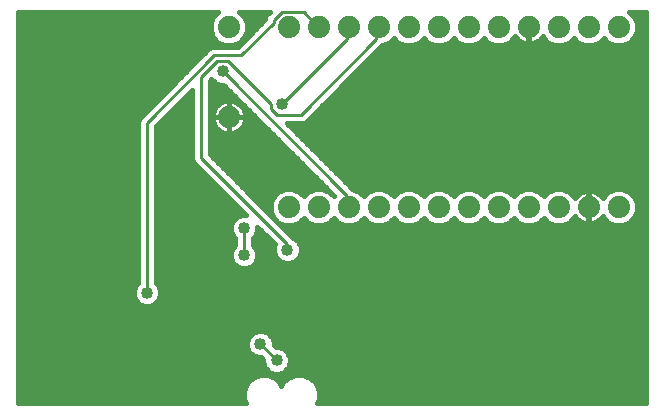
<source format=gbl>
G75*
%MOIN*%
%OFA0B0*%
%FSLAX25Y25*%
%IPPOS*%
%LPD*%
%AMOC8*
5,1,8,0,0,1.08239X$1,22.5*
%
%ADD10C,0.07400*%
%ADD11C,0.01000*%
%ADD12C,0.04000*%
%ADD13C,0.01600*%
%ADD14C,0.03962*%
%ADD15C,0.09449*%
D10*
X0133244Y0078217D03*
X0143244Y0078217D03*
X0153244Y0078217D03*
X0163244Y0078217D03*
X0173244Y0078217D03*
X0183244Y0078217D03*
X0193244Y0078217D03*
X0203244Y0078217D03*
X0213244Y0078217D03*
X0223244Y0078217D03*
X0233244Y0078217D03*
X0243244Y0078217D03*
X0243244Y0138217D03*
X0233244Y0138217D03*
X0223244Y0138217D03*
X0213244Y0138217D03*
X0203244Y0138217D03*
X0193244Y0138217D03*
X0183244Y0138217D03*
X0173244Y0138217D03*
X0163244Y0138217D03*
X0153244Y0138217D03*
X0143244Y0138217D03*
X0133244Y0138217D03*
X0113244Y0138217D03*
X0113244Y0108217D03*
D11*
X0127344Y0110817D02*
X0129144Y0109017D01*
X0137244Y0109017D01*
X0162444Y0134217D01*
X0162444Y0137817D01*
X0163244Y0138217D01*
X0153244Y0138217D02*
X0152544Y0137817D01*
X0152544Y0134217D01*
X0130944Y0112617D01*
X0127344Y0112617D02*
X0127344Y0110817D01*
X0127344Y0112617D02*
X0112944Y0127017D01*
X0109344Y0127017D01*
X0103944Y0121617D01*
X0103944Y0094617D01*
X0132744Y0065817D01*
X0132744Y0064017D01*
X0118344Y0062217D02*
X0118344Y0071217D01*
X0152544Y0078417D02*
X0153244Y0078217D01*
X0152544Y0078417D02*
X0152544Y0082017D01*
X0111144Y0123417D01*
X0108444Y0128817D02*
X0117444Y0128817D01*
X0128244Y0139617D01*
X0128244Y0140517D01*
X0130944Y0143217D01*
X0138144Y0143217D01*
X0142644Y0138717D01*
X0143244Y0138217D01*
X0108444Y0128817D02*
X0085944Y0106317D01*
X0085944Y0049617D01*
X0123744Y0032517D02*
X0129144Y0027117D01*
D12*
X0129144Y0027117D03*
X0123744Y0032517D03*
X0085944Y0049617D03*
X0118344Y0062217D03*
X0118344Y0071217D03*
X0132744Y0064017D03*
X0130944Y0112617D03*
X0111144Y0123417D03*
D13*
X0043044Y0143377D02*
X0043044Y0013017D01*
X0118844Y0013017D01*
X0118267Y0014409D01*
X0118267Y0017024D01*
X0119267Y0019439D01*
X0121116Y0021288D01*
X0123531Y0022288D01*
X0126146Y0022288D01*
X0128561Y0021288D01*
X0130410Y0019439D01*
X0130744Y0018632D01*
X0131078Y0019439D01*
X0132927Y0021288D01*
X0135342Y0022288D01*
X0137957Y0022288D01*
X0140372Y0021288D01*
X0142221Y0019439D01*
X0143221Y0017024D01*
X0143221Y0014409D01*
X0142644Y0013017D01*
X0252145Y0013017D01*
X0252145Y0143377D01*
X0246710Y0143377D01*
X0248415Y0141672D01*
X0249344Y0139430D01*
X0249344Y0137003D01*
X0248415Y0134761D01*
X0246699Y0133045D01*
X0244457Y0132117D01*
X0242031Y0132117D01*
X0239789Y0133045D01*
X0238244Y0134590D01*
X0236699Y0133045D01*
X0234457Y0132117D01*
X0232031Y0132117D01*
X0229789Y0133045D01*
X0228244Y0134590D01*
X0226699Y0133045D01*
X0224457Y0132117D01*
X0222031Y0132117D01*
X0219789Y0133045D01*
X0218073Y0134761D01*
X0217876Y0135235D01*
X0217439Y0134634D01*
X0216827Y0134021D01*
X0216127Y0133513D01*
X0215355Y0133119D01*
X0214532Y0132852D01*
X0213677Y0132717D01*
X0213444Y0132717D01*
X0213444Y0138016D01*
X0213044Y0138016D01*
X0213044Y0132717D01*
X0212811Y0132717D01*
X0211956Y0132852D01*
X0211133Y0133119D01*
X0210361Y0133513D01*
X0209661Y0134021D01*
X0209049Y0134634D01*
X0208612Y0135235D01*
X0208415Y0134761D01*
X0206699Y0133045D01*
X0204457Y0132117D01*
X0202031Y0132117D01*
X0199789Y0133045D01*
X0198244Y0134590D01*
X0196699Y0133045D01*
X0194457Y0132117D01*
X0192031Y0132117D01*
X0189789Y0133045D01*
X0188244Y0134590D01*
X0186699Y0133045D01*
X0184457Y0132117D01*
X0182031Y0132117D01*
X0179789Y0133045D01*
X0178244Y0134590D01*
X0176699Y0133045D01*
X0174457Y0132117D01*
X0172031Y0132117D01*
X0169789Y0133045D01*
X0168244Y0134590D01*
X0166699Y0133045D01*
X0164457Y0132117D01*
X0164445Y0132117D01*
X0164087Y0131758D01*
X0138887Y0106558D01*
X0137821Y0106117D01*
X0132545Y0106117D01*
X0154187Y0084475D01*
X0154345Y0084317D01*
X0154457Y0084317D01*
X0156699Y0083388D01*
X0158244Y0081843D01*
X0159789Y0083388D01*
X0162031Y0084317D01*
X0164457Y0084317D01*
X0166699Y0083388D01*
X0168244Y0081843D01*
X0169789Y0083388D01*
X0172031Y0084317D01*
X0174457Y0084317D01*
X0176699Y0083388D01*
X0178244Y0081843D01*
X0179789Y0083388D01*
X0182031Y0084317D01*
X0184457Y0084317D01*
X0186699Y0083388D01*
X0188244Y0081843D01*
X0189789Y0083388D01*
X0192031Y0084317D01*
X0194457Y0084317D01*
X0196699Y0083388D01*
X0198244Y0081843D01*
X0199789Y0083388D01*
X0202031Y0084317D01*
X0204457Y0084317D01*
X0206699Y0083388D01*
X0208244Y0081843D01*
X0209789Y0083388D01*
X0212031Y0084317D01*
X0214457Y0084317D01*
X0216699Y0083388D01*
X0218244Y0081843D01*
X0219789Y0083388D01*
X0222031Y0084317D01*
X0224457Y0084317D01*
X0226699Y0083388D01*
X0228415Y0081672D01*
X0228612Y0081198D01*
X0229049Y0081800D01*
X0229661Y0082412D01*
X0230361Y0082921D01*
X0231133Y0083314D01*
X0231956Y0083581D01*
X0232811Y0083717D01*
X0233044Y0083717D01*
X0233044Y0078417D01*
X0233444Y0078417D01*
X0233444Y0083717D01*
X0233677Y0083717D01*
X0234532Y0083581D01*
X0235355Y0083314D01*
X0236127Y0082921D01*
X0236827Y0082412D01*
X0237439Y0081800D01*
X0237876Y0081198D01*
X0238073Y0081672D01*
X0239789Y0083388D01*
X0242031Y0084317D01*
X0244457Y0084317D01*
X0246699Y0083388D01*
X0248415Y0081672D01*
X0249344Y0079430D01*
X0249344Y0077003D01*
X0248415Y0074761D01*
X0246699Y0073045D01*
X0244457Y0072117D01*
X0242031Y0072117D01*
X0239789Y0073045D01*
X0238073Y0074761D01*
X0237876Y0075235D01*
X0237439Y0074634D01*
X0236827Y0074021D01*
X0236127Y0073513D01*
X0235355Y0073119D01*
X0234532Y0072852D01*
X0233677Y0072717D01*
X0233444Y0072717D01*
X0233444Y0078016D01*
X0233044Y0078016D01*
X0233044Y0072717D01*
X0232811Y0072717D01*
X0231956Y0072852D01*
X0231133Y0073119D01*
X0230361Y0073513D01*
X0229661Y0074021D01*
X0229049Y0074634D01*
X0228612Y0075235D01*
X0228415Y0074761D01*
X0226699Y0073045D01*
X0224457Y0072117D01*
X0222031Y0072117D01*
X0219789Y0073045D01*
X0218244Y0074590D01*
X0216699Y0073045D01*
X0214457Y0072117D01*
X0212031Y0072117D01*
X0209789Y0073045D01*
X0208244Y0074590D01*
X0206699Y0073045D01*
X0204457Y0072117D01*
X0202031Y0072117D01*
X0199789Y0073045D01*
X0198244Y0074590D01*
X0196699Y0073045D01*
X0194457Y0072117D01*
X0192031Y0072117D01*
X0189789Y0073045D01*
X0188244Y0074590D01*
X0186699Y0073045D01*
X0184457Y0072117D01*
X0182031Y0072117D01*
X0179789Y0073045D01*
X0178244Y0074590D01*
X0176699Y0073045D01*
X0174457Y0072117D01*
X0172031Y0072117D01*
X0169789Y0073045D01*
X0168244Y0074590D01*
X0166699Y0073045D01*
X0164457Y0072117D01*
X0162031Y0072117D01*
X0159789Y0073045D01*
X0158244Y0074590D01*
X0156699Y0073045D01*
X0154457Y0072117D01*
X0152031Y0072117D01*
X0149789Y0073045D01*
X0148244Y0074590D01*
X0146699Y0073045D01*
X0144457Y0072117D01*
X0142031Y0072117D01*
X0139789Y0073045D01*
X0138244Y0074590D01*
X0136699Y0073045D01*
X0134457Y0072117D01*
X0132031Y0072117D01*
X0129789Y0073045D01*
X0128073Y0074761D01*
X0127144Y0077003D01*
X0127144Y0079430D01*
X0128073Y0081672D01*
X0129789Y0083388D01*
X0132031Y0084317D01*
X0134457Y0084317D01*
X0136699Y0083388D01*
X0138244Y0081843D01*
X0139789Y0083388D01*
X0142031Y0084317D01*
X0144457Y0084317D01*
X0146699Y0083388D01*
X0148244Y0081843D01*
X0148430Y0082029D01*
X0111443Y0119017D01*
X0110269Y0119017D01*
X0108652Y0119686D01*
X0107414Y0120924D01*
X0107396Y0120967D01*
X0106844Y0120415D01*
X0106844Y0095818D01*
X0134688Y0067974D01*
X0135236Y0067747D01*
X0136474Y0066509D01*
X0137144Y0064892D01*
X0137144Y0063141D01*
X0136474Y0061524D01*
X0135236Y0060286D01*
X0133619Y0059617D01*
X0131869Y0059617D01*
X0130252Y0060286D01*
X0129014Y0061524D01*
X0128344Y0063141D01*
X0128344Y0064892D01*
X0128702Y0065757D01*
X0122744Y0071715D01*
X0122744Y0070341D01*
X0122074Y0068724D01*
X0121244Y0067894D01*
X0121244Y0065539D01*
X0122074Y0064709D01*
X0122744Y0063092D01*
X0122744Y0061341D01*
X0122074Y0059724D01*
X0120836Y0058486D01*
X0119219Y0057817D01*
X0117469Y0057817D01*
X0115852Y0058486D01*
X0114614Y0059724D01*
X0113944Y0061341D01*
X0113944Y0063092D01*
X0114614Y0064709D01*
X0115444Y0065539D01*
X0115444Y0067894D01*
X0114614Y0068724D01*
X0113944Y0070341D01*
X0113944Y0072092D01*
X0114614Y0073709D01*
X0115852Y0074947D01*
X0117469Y0075617D01*
X0118843Y0075617D01*
X0102301Y0092158D01*
X0101486Y0092974D01*
X0101044Y0094040D01*
X0101044Y0117315D01*
X0088844Y0105115D01*
X0088844Y0052939D01*
X0089674Y0052109D01*
X0090344Y0050492D01*
X0090344Y0048741D01*
X0089674Y0047124D01*
X0088436Y0045886D01*
X0086819Y0045217D01*
X0085069Y0045217D01*
X0083452Y0045886D01*
X0082214Y0047124D01*
X0081544Y0048741D01*
X0081544Y0050492D01*
X0082214Y0052109D01*
X0083044Y0052939D01*
X0083044Y0106893D01*
X0083486Y0107959D01*
X0105986Y0130459D01*
X0106801Y0131275D01*
X0107867Y0131717D01*
X0116243Y0131717D01*
X0125344Y0140818D01*
X0125344Y0141093D01*
X0125786Y0142159D01*
X0127004Y0143377D01*
X0116710Y0143377D01*
X0118415Y0141672D01*
X0119344Y0139430D01*
X0119344Y0137003D01*
X0118415Y0134761D01*
X0116699Y0133045D01*
X0114457Y0132117D01*
X0112031Y0132117D01*
X0109789Y0133045D01*
X0108073Y0134761D01*
X0107144Y0137003D01*
X0107144Y0139430D01*
X0108073Y0141672D01*
X0109778Y0143377D01*
X0043044Y0143377D01*
X0043044Y0142491D02*
X0108892Y0142491D01*
X0107750Y0140893D02*
X0043044Y0140893D01*
X0043044Y0139294D02*
X0107144Y0139294D01*
X0107144Y0137696D02*
X0043044Y0137696D01*
X0043044Y0136097D02*
X0107519Y0136097D01*
X0108335Y0134499D02*
X0043044Y0134499D01*
X0043044Y0132900D02*
X0110138Y0132900D01*
X0106866Y0131302D02*
X0043044Y0131302D01*
X0043044Y0129703D02*
X0105230Y0129703D01*
X0103631Y0128105D02*
X0043044Y0128105D01*
X0043044Y0126506D02*
X0102033Y0126506D01*
X0100434Y0124908D02*
X0043044Y0124908D01*
X0043044Y0123309D02*
X0098836Y0123309D01*
X0097237Y0121711D02*
X0043044Y0121711D01*
X0043044Y0120112D02*
X0095639Y0120112D01*
X0094040Y0118514D02*
X0043044Y0118514D01*
X0043044Y0116915D02*
X0092442Y0116915D01*
X0090843Y0115317D02*
X0043044Y0115317D01*
X0043044Y0113718D02*
X0089245Y0113718D01*
X0087646Y0112120D02*
X0043044Y0112120D01*
X0043044Y0110521D02*
X0086048Y0110521D01*
X0084449Y0108923D02*
X0043044Y0108923D01*
X0043044Y0107324D02*
X0083223Y0107324D01*
X0083044Y0105726D02*
X0043044Y0105726D01*
X0043044Y0104127D02*
X0083044Y0104127D01*
X0083044Y0102529D02*
X0043044Y0102529D01*
X0043044Y0100930D02*
X0083044Y0100930D01*
X0083044Y0099332D02*
X0043044Y0099332D01*
X0043044Y0097733D02*
X0083044Y0097733D01*
X0083044Y0096135D02*
X0043044Y0096135D01*
X0043044Y0094536D02*
X0083044Y0094536D01*
X0083044Y0092938D02*
X0043044Y0092938D01*
X0043044Y0091339D02*
X0083044Y0091339D01*
X0083044Y0089741D02*
X0043044Y0089741D01*
X0043044Y0088142D02*
X0083044Y0088142D01*
X0083044Y0086544D02*
X0043044Y0086544D01*
X0043044Y0084945D02*
X0083044Y0084945D01*
X0083044Y0083347D02*
X0043044Y0083347D01*
X0043044Y0081748D02*
X0083044Y0081748D01*
X0083044Y0080150D02*
X0043044Y0080150D01*
X0043044Y0078551D02*
X0083044Y0078551D01*
X0083044Y0076953D02*
X0043044Y0076953D01*
X0043044Y0075354D02*
X0083044Y0075354D01*
X0083044Y0073755D02*
X0043044Y0073755D01*
X0043044Y0072157D02*
X0083044Y0072157D01*
X0083044Y0070558D02*
X0043044Y0070558D01*
X0043044Y0068960D02*
X0083044Y0068960D01*
X0083044Y0067361D02*
X0043044Y0067361D01*
X0043044Y0065763D02*
X0083044Y0065763D01*
X0083044Y0064164D02*
X0043044Y0064164D01*
X0043044Y0062566D02*
X0083044Y0062566D01*
X0083044Y0060967D02*
X0043044Y0060967D01*
X0043044Y0059369D02*
X0083044Y0059369D01*
X0083044Y0057770D02*
X0043044Y0057770D01*
X0043044Y0056172D02*
X0083044Y0056172D01*
X0083044Y0054573D02*
X0043044Y0054573D01*
X0043044Y0052975D02*
X0083044Y0052975D01*
X0081911Y0051376D02*
X0043044Y0051376D01*
X0043044Y0049778D02*
X0081544Y0049778D01*
X0081777Y0048179D02*
X0043044Y0048179D01*
X0043044Y0046581D02*
X0082757Y0046581D01*
X0089131Y0046581D02*
X0252145Y0046581D01*
X0252145Y0048179D02*
X0090111Y0048179D01*
X0090344Y0049778D02*
X0252145Y0049778D01*
X0252145Y0051376D02*
X0089978Y0051376D01*
X0088844Y0052975D02*
X0252145Y0052975D01*
X0252145Y0054573D02*
X0088844Y0054573D01*
X0088844Y0056172D02*
X0252145Y0056172D01*
X0252145Y0057770D02*
X0088844Y0057770D01*
X0088844Y0059369D02*
X0114969Y0059369D01*
X0114099Y0060967D02*
X0088844Y0060967D01*
X0088844Y0062566D02*
X0113944Y0062566D01*
X0114388Y0064164D02*
X0088844Y0064164D01*
X0088844Y0065763D02*
X0115444Y0065763D01*
X0115444Y0067361D02*
X0088844Y0067361D01*
X0088844Y0068960D02*
X0114516Y0068960D01*
X0113944Y0070558D02*
X0088844Y0070558D01*
X0088844Y0072157D02*
X0113971Y0072157D01*
X0114661Y0073755D02*
X0088844Y0073755D01*
X0088844Y0075354D02*
X0116835Y0075354D01*
X0117507Y0076953D02*
X0088844Y0076953D01*
X0088844Y0078551D02*
X0115908Y0078551D01*
X0114310Y0080150D02*
X0088844Y0080150D01*
X0088844Y0081748D02*
X0112711Y0081748D01*
X0111113Y0083347D02*
X0088844Y0083347D01*
X0088844Y0084945D02*
X0109514Y0084945D01*
X0107916Y0086544D02*
X0088844Y0086544D01*
X0088844Y0088142D02*
X0106317Y0088142D01*
X0104719Y0089741D02*
X0088844Y0089741D01*
X0088844Y0091339D02*
X0103120Y0091339D01*
X0101522Y0092938D02*
X0088844Y0092938D01*
X0088844Y0094536D02*
X0101044Y0094536D01*
X0101044Y0096135D02*
X0088844Y0096135D01*
X0088844Y0097733D02*
X0101044Y0097733D01*
X0101044Y0099332D02*
X0088844Y0099332D01*
X0088844Y0100930D02*
X0101044Y0100930D01*
X0101044Y0102529D02*
X0088844Y0102529D01*
X0088844Y0104127D02*
X0101044Y0104127D01*
X0101044Y0105726D02*
X0089454Y0105726D01*
X0091053Y0107324D02*
X0101044Y0107324D01*
X0101044Y0108923D02*
X0092652Y0108923D01*
X0094250Y0110521D02*
X0101044Y0110521D01*
X0101044Y0112120D02*
X0095849Y0112120D01*
X0097447Y0113718D02*
X0101044Y0113718D01*
X0101044Y0115317D02*
X0099046Y0115317D01*
X0100644Y0116915D02*
X0101044Y0116915D01*
X0106844Y0116915D02*
X0113544Y0116915D01*
X0115143Y0115317D02*
X0106844Y0115317D01*
X0106844Y0113718D02*
X0116741Y0113718D01*
X0116127Y0112921D02*
X0115355Y0113314D01*
X0114532Y0113581D01*
X0113677Y0113717D01*
X0113330Y0113717D01*
X0113330Y0108302D01*
X0118744Y0108302D01*
X0118744Y0108649D01*
X0118609Y0109504D01*
X0118341Y0110328D01*
X0117948Y0111099D01*
X0117439Y0111800D01*
X0116827Y0112412D01*
X0116127Y0112921D01*
X0117119Y0112120D02*
X0118340Y0112120D01*
X0118243Y0110521D02*
X0119938Y0110521D01*
X0118701Y0108923D02*
X0121537Y0108923D01*
X0123135Y0107324D02*
X0118671Y0107324D01*
X0118609Y0106929D02*
X0118744Y0107784D01*
X0118744Y0108131D01*
X0113330Y0108131D01*
X0113330Y0108302D01*
X0113158Y0108302D01*
X0113158Y0108131D01*
X0107744Y0108131D01*
X0107744Y0107784D01*
X0107880Y0106929D01*
X0108147Y0106105D01*
X0108540Y0105334D01*
X0109049Y0104634D01*
X0109661Y0104021D01*
X0110361Y0103513D01*
X0111133Y0103119D01*
X0111956Y0102852D01*
X0112811Y0102717D01*
X0113158Y0102717D01*
X0113158Y0108131D01*
X0113330Y0108131D01*
X0113330Y0102717D01*
X0113677Y0102717D01*
X0114532Y0102852D01*
X0115355Y0103119D01*
X0116127Y0103513D01*
X0116827Y0104021D01*
X0117439Y0104634D01*
X0117948Y0105334D01*
X0118341Y0106105D01*
X0118609Y0106929D01*
X0118148Y0105726D02*
X0124734Y0105726D01*
X0126332Y0104127D02*
X0116933Y0104127D01*
X0113330Y0104127D02*
X0113158Y0104127D01*
X0113158Y0105726D02*
X0113330Y0105726D01*
X0113330Y0107324D02*
X0113158Y0107324D01*
X0113158Y0108302D02*
X0107744Y0108302D01*
X0107744Y0108649D01*
X0107880Y0109504D01*
X0108147Y0110328D01*
X0108540Y0111099D01*
X0109049Y0111800D01*
X0109661Y0112412D01*
X0110361Y0112921D01*
X0111133Y0113314D01*
X0111956Y0113581D01*
X0112811Y0113717D01*
X0113158Y0113717D01*
X0113158Y0108302D01*
X0113158Y0108923D02*
X0113330Y0108923D01*
X0113330Y0110521D02*
X0113158Y0110521D01*
X0113158Y0112120D02*
X0113330Y0112120D01*
X0109369Y0112120D02*
X0106844Y0112120D01*
X0106844Y0110521D02*
X0108246Y0110521D01*
X0107787Y0108923D02*
X0106844Y0108923D01*
X0106844Y0107324D02*
X0107817Y0107324D01*
X0108340Y0105726D02*
X0106844Y0105726D01*
X0106844Y0104127D02*
X0109555Y0104127D01*
X0106844Y0102529D02*
X0127931Y0102529D01*
X0129529Y0100930D02*
X0106844Y0100930D01*
X0106844Y0099332D02*
X0131128Y0099332D01*
X0132726Y0097733D02*
X0106844Y0097733D01*
X0106844Y0096135D02*
X0134325Y0096135D01*
X0135923Y0094536D02*
X0108126Y0094536D01*
X0109724Y0092938D02*
X0137522Y0092938D01*
X0139120Y0091339D02*
X0111323Y0091339D01*
X0112921Y0089741D02*
X0140719Y0089741D01*
X0142317Y0088142D02*
X0114520Y0088142D01*
X0116118Y0086544D02*
X0143916Y0086544D01*
X0145514Y0084945D02*
X0117717Y0084945D01*
X0119315Y0083347D02*
X0129747Y0083347D01*
X0128149Y0081748D02*
X0120914Y0081748D01*
X0122512Y0080150D02*
X0127442Y0080150D01*
X0127144Y0078551D02*
X0124111Y0078551D01*
X0125709Y0076953D02*
X0127165Y0076953D01*
X0127308Y0075354D02*
X0127827Y0075354D01*
X0128906Y0073755D02*
X0129078Y0073755D01*
X0130505Y0072157D02*
X0131933Y0072157D01*
X0132103Y0070558D02*
X0252145Y0070558D01*
X0252145Y0068960D02*
X0133702Y0068960D01*
X0135622Y0067361D02*
X0252145Y0067361D01*
X0252145Y0065763D02*
X0136783Y0065763D01*
X0137144Y0064164D02*
X0252145Y0064164D01*
X0252145Y0062566D02*
X0136906Y0062566D01*
X0135918Y0060967D02*
X0252145Y0060967D01*
X0252145Y0059369D02*
X0121719Y0059369D01*
X0122589Y0060967D02*
X0129571Y0060967D01*
X0128582Y0062566D02*
X0122744Y0062566D01*
X0122300Y0064164D02*
X0128344Y0064164D01*
X0128696Y0065763D02*
X0121244Y0065763D01*
X0121244Y0067361D02*
X0127098Y0067361D01*
X0125499Y0068960D02*
X0122172Y0068960D01*
X0122744Y0070558D02*
X0123901Y0070558D01*
X0134555Y0072157D02*
X0141933Y0072157D01*
X0144555Y0072157D02*
X0151933Y0072157D01*
X0154555Y0072157D02*
X0161933Y0072157D01*
X0164555Y0072157D02*
X0171933Y0072157D01*
X0174555Y0072157D02*
X0181933Y0072157D01*
X0184555Y0072157D02*
X0191933Y0072157D01*
X0194555Y0072157D02*
X0201933Y0072157D01*
X0204555Y0072157D02*
X0211933Y0072157D01*
X0214555Y0072157D02*
X0221933Y0072157D01*
X0224555Y0072157D02*
X0241933Y0072157D01*
X0244555Y0072157D02*
X0252145Y0072157D01*
X0252145Y0073755D02*
X0247410Y0073755D01*
X0248661Y0075354D02*
X0252145Y0075354D01*
X0252145Y0076953D02*
X0249323Y0076953D01*
X0249344Y0078551D02*
X0252145Y0078551D01*
X0252145Y0080150D02*
X0249046Y0080150D01*
X0248339Y0081748D02*
X0252145Y0081748D01*
X0252145Y0083347D02*
X0246741Y0083347D01*
X0252145Y0084945D02*
X0153717Y0084945D01*
X0152118Y0086544D02*
X0252145Y0086544D01*
X0252145Y0088142D02*
X0150520Y0088142D01*
X0148921Y0089741D02*
X0252145Y0089741D01*
X0252145Y0091339D02*
X0147323Y0091339D01*
X0145724Y0092938D02*
X0252145Y0092938D01*
X0252145Y0094536D02*
X0144126Y0094536D01*
X0142527Y0096135D02*
X0252145Y0096135D01*
X0252145Y0097733D02*
X0140929Y0097733D01*
X0139330Y0099332D02*
X0252145Y0099332D01*
X0252145Y0100930D02*
X0137732Y0100930D01*
X0136133Y0102529D02*
X0252145Y0102529D01*
X0252145Y0104127D02*
X0134535Y0104127D01*
X0132936Y0105726D02*
X0252145Y0105726D01*
X0252145Y0107324D02*
X0139653Y0107324D01*
X0141252Y0108923D02*
X0252145Y0108923D01*
X0252145Y0110521D02*
X0142850Y0110521D01*
X0144449Y0112120D02*
X0252145Y0112120D01*
X0252145Y0113718D02*
X0146047Y0113718D01*
X0147646Y0115317D02*
X0252145Y0115317D01*
X0252145Y0116915D02*
X0149244Y0116915D01*
X0150843Y0118514D02*
X0252145Y0118514D01*
X0252145Y0120112D02*
X0152441Y0120112D01*
X0154040Y0121711D02*
X0252145Y0121711D01*
X0252145Y0123309D02*
X0155638Y0123309D01*
X0157237Y0124908D02*
X0252145Y0124908D01*
X0252145Y0126506D02*
X0158835Y0126506D01*
X0160434Y0128105D02*
X0252145Y0128105D01*
X0252145Y0129703D02*
X0162032Y0129703D01*
X0163631Y0131302D02*
X0252145Y0131302D01*
X0252145Y0132900D02*
X0246350Y0132900D01*
X0248153Y0134499D02*
X0252145Y0134499D01*
X0252145Y0136097D02*
X0248969Y0136097D01*
X0249344Y0137696D02*
X0252145Y0137696D01*
X0252145Y0139294D02*
X0249344Y0139294D01*
X0248738Y0140893D02*
X0252145Y0140893D01*
X0252145Y0142491D02*
X0247596Y0142491D01*
X0238335Y0134499D02*
X0238153Y0134499D01*
X0236350Y0132900D02*
X0240138Y0132900D01*
X0230138Y0132900D02*
X0226350Y0132900D01*
X0228153Y0134499D02*
X0228335Y0134499D01*
X0220138Y0132900D02*
X0214681Y0132900D01*
X0213444Y0132900D02*
X0213044Y0132900D01*
X0211807Y0132900D02*
X0206350Y0132900D01*
X0208153Y0134499D02*
X0209184Y0134499D01*
X0213044Y0134499D02*
X0213444Y0134499D01*
X0213444Y0136097D02*
X0213044Y0136097D01*
X0213044Y0137696D02*
X0213444Y0137696D01*
X0217305Y0134499D02*
X0218335Y0134499D01*
X0200138Y0132900D02*
X0196350Y0132900D01*
X0198153Y0134499D02*
X0198335Y0134499D01*
X0190138Y0132900D02*
X0186350Y0132900D01*
X0188153Y0134499D02*
X0188335Y0134499D01*
X0180138Y0132900D02*
X0176350Y0132900D01*
X0178153Y0134499D02*
X0178335Y0134499D01*
X0170138Y0132900D02*
X0166350Y0132900D01*
X0168153Y0134499D02*
X0168335Y0134499D01*
X0126118Y0142491D02*
X0117596Y0142491D01*
X0118738Y0140893D02*
X0125344Y0140893D01*
X0123821Y0139294D02*
X0119344Y0139294D01*
X0119344Y0137696D02*
X0122222Y0137696D01*
X0120624Y0136097D02*
X0118969Y0136097D01*
X0119025Y0134499D02*
X0118153Y0134499D01*
X0117427Y0132900D02*
X0116350Y0132900D01*
X0108226Y0120112D02*
X0106844Y0120112D01*
X0106844Y0118514D02*
X0111946Y0118514D01*
X0136741Y0083347D02*
X0139747Y0083347D01*
X0146741Y0083347D02*
X0147113Y0083347D01*
X0156741Y0083347D02*
X0159747Y0083347D01*
X0166741Y0083347D02*
X0169747Y0083347D01*
X0176741Y0083347D02*
X0179747Y0083347D01*
X0186741Y0083347D02*
X0189747Y0083347D01*
X0196741Y0083347D02*
X0199747Y0083347D01*
X0206741Y0083347D02*
X0209747Y0083347D01*
X0216741Y0083347D02*
X0219747Y0083347D01*
X0226741Y0083347D02*
X0231234Y0083347D01*
X0233044Y0083347D02*
X0233444Y0083347D01*
X0233444Y0081748D02*
X0233044Y0081748D01*
X0233044Y0080150D02*
X0233444Y0080150D01*
X0233444Y0078551D02*
X0233044Y0078551D01*
X0233044Y0076953D02*
X0233444Y0076953D01*
X0233444Y0075354D02*
X0233044Y0075354D01*
X0233044Y0073755D02*
X0233444Y0073755D01*
X0236461Y0073755D02*
X0239078Y0073755D01*
X0230027Y0073755D02*
X0227410Y0073755D01*
X0219078Y0073755D02*
X0217410Y0073755D01*
X0209078Y0073755D02*
X0207410Y0073755D01*
X0199078Y0073755D02*
X0197410Y0073755D01*
X0189078Y0073755D02*
X0187410Y0073755D01*
X0179078Y0073755D02*
X0177410Y0073755D01*
X0169078Y0073755D02*
X0167410Y0073755D01*
X0159078Y0073755D02*
X0157410Y0073755D01*
X0149078Y0073755D02*
X0147410Y0073755D01*
X0139078Y0073755D02*
X0137410Y0073755D01*
X0124619Y0036917D02*
X0122869Y0036917D01*
X0121252Y0036247D01*
X0120014Y0035009D01*
X0119344Y0033392D01*
X0119344Y0031641D01*
X0120014Y0030024D01*
X0121252Y0028786D01*
X0122869Y0028117D01*
X0124043Y0028117D01*
X0124744Y0027415D01*
X0124744Y0026241D01*
X0125414Y0024624D01*
X0126652Y0023386D01*
X0128269Y0022717D01*
X0130019Y0022717D01*
X0131636Y0023386D01*
X0132874Y0024624D01*
X0133544Y0026241D01*
X0133544Y0027992D01*
X0132874Y0029609D01*
X0131636Y0030847D01*
X0130019Y0031517D01*
X0128845Y0031517D01*
X0128144Y0032218D01*
X0128144Y0033392D01*
X0127474Y0035009D01*
X0126236Y0036247D01*
X0124619Y0036917D01*
X0127092Y0035391D02*
X0252145Y0035391D01*
X0252145Y0033793D02*
X0127978Y0033793D01*
X0128168Y0032194D02*
X0252145Y0032194D01*
X0252145Y0030596D02*
X0131887Y0030596D01*
X0133128Y0028997D02*
X0252145Y0028997D01*
X0252145Y0027399D02*
X0133544Y0027399D01*
X0133361Y0025800D02*
X0252145Y0025800D01*
X0252145Y0024202D02*
X0132452Y0024202D01*
X0132644Y0021005D02*
X0128844Y0021005D01*
X0130423Y0019406D02*
X0131065Y0019406D01*
X0125836Y0024202D02*
X0043044Y0024202D01*
X0043044Y0025800D02*
X0124927Y0025800D01*
X0124744Y0027399D02*
X0043044Y0027399D01*
X0043044Y0028997D02*
X0121041Y0028997D01*
X0119777Y0030596D02*
X0043044Y0030596D01*
X0043044Y0032194D02*
X0119344Y0032194D01*
X0119510Y0033793D02*
X0043044Y0033793D01*
X0043044Y0035391D02*
X0120396Y0035391D01*
X0120833Y0021005D02*
X0043044Y0021005D01*
X0043044Y0022603D02*
X0252145Y0022603D01*
X0252145Y0021005D02*
X0140655Y0021005D01*
X0142234Y0019406D02*
X0252145Y0019406D01*
X0252145Y0017808D02*
X0142897Y0017808D01*
X0143221Y0016209D02*
X0252145Y0016209D01*
X0252145Y0014611D02*
X0143221Y0014611D01*
X0119254Y0019406D02*
X0043044Y0019406D01*
X0043044Y0017808D02*
X0118592Y0017808D01*
X0118267Y0016209D02*
X0043044Y0016209D01*
X0043044Y0014611D02*
X0118267Y0014611D01*
X0043044Y0036990D02*
X0252145Y0036990D01*
X0252145Y0038588D02*
X0043044Y0038588D01*
X0043044Y0040187D02*
X0252145Y0040187D01*
X0252145Y0041785D02*
X0043044Y0041785D01*
X0043044Y0043384D02*
X0252145Y0043384D01*
X0252145Y0044982D02*
X0043044Y0044982D01*
X0228339Y0081748D02*
X0229012Y0081748D01*
X0235254Y0083347D02*
X0239747Y0083347D01*
X0238149Y0081748D02*
X0237477Y0081748D01*
D14*
X0208244Y0058217D03*
X0108244Y0078217D03*
X0048244Y0033217D03*
X0098244Y0023217D03*
D15*
X0093244Y0018217D03*
X0163244Y0018217D03*
X0238244Y0058217D03*
X0233244Y0108217D03*
X0053244Y0133217D03*
M02*

</source>
